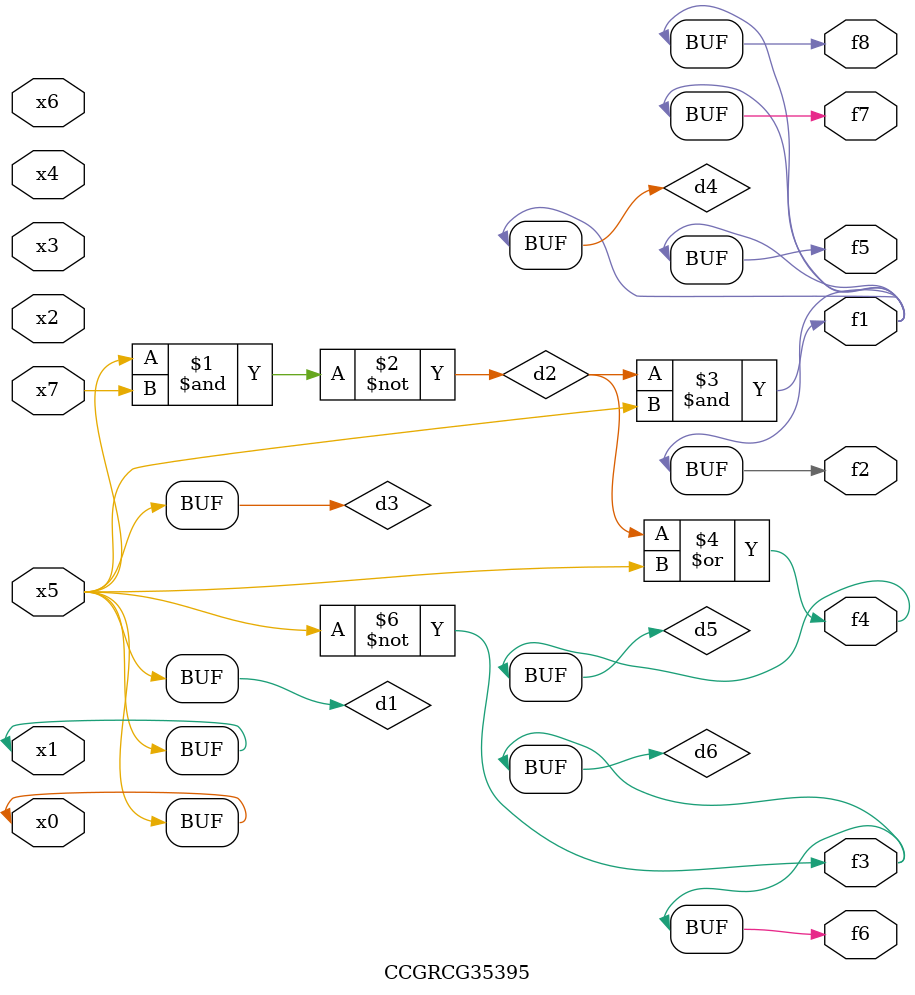
<source format=v>
module CCGRCG35395(
	input x0, x1, x2, x3, x4, x5, x6, x7,
	output f1, f2, f3, f4, f5, f6, f7, f8
);

	wire d1, d2, d3, d4, d5, d6;

	buf (d1, x0, x5);
	nand (d2, x5, x7);
	buf (d3, x0, x1);
	and (d4, d2, d3);
	or (d5, d2, d3);
	nor (d6, d1, d3);
	assign f1 = d4;
	assign f2 = d4;
	assign f3 = d6;
	assign f4 = d5;
	assign f5 = d4;
	assign f6 = d6;
	assign f7 = d4;
	assign f8 = d4;
endmodule

</source>
